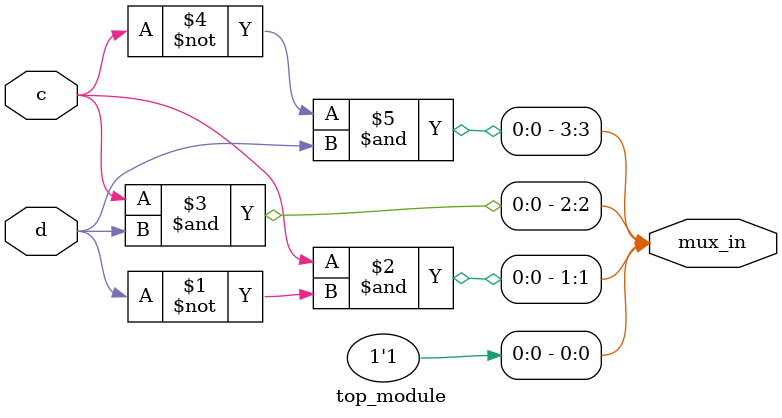
<source format=sv>
module top_module (
    input c,
    input d,
    output [3:0] mux_in
);

    // Implement the Karnaugh map using 2-to-1 multiplexers
    assign mux_in[0] = 1'b1;
    assign mux_in[1] = c & ~d;
    assign mux_in[2] = c & d;
    assign mux_in[3] = ~c & d;

endmodule

</source>
